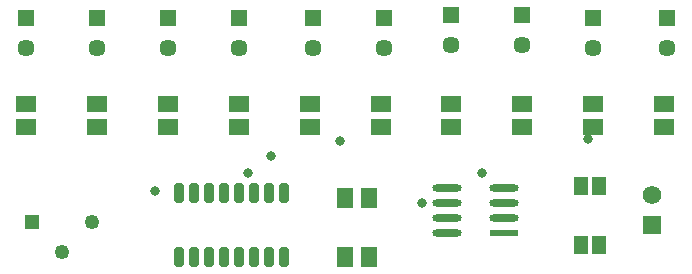
<source format=gts>
G04*
G04 #@! TF.GenerationSoftware,Altium Limited,Altium Designer,24.8.2 (39)*
G04*
G04 Layer_Color=8388736*
%FSLAX44Y44*%
%MOMM*%
G71*
G04*
G04 #@! TF.SameCoordinates,0CE2364C-DE86-47B0-8F42-6A72043F3B29*
G04*
G04*
G04 #@! TF.FilePolarity,Negative*
G04*
G01*
G75*
G04:AMPARAMS|DCode=18|XSize=2.4692mm|YSize=0.6221mm|CornerRadius=0.3111mm|HoleSize=0mm|Usage=FLASHONLY|Rotation=180.000|XOffset=0mm|YOffset=0mm|HoleType=Round|Shape=RoundedRectangle|*
%AMROUNDEDRECTD18*
21,1,2.4692,0.0000,0,0,180.0*
21,1,1.8470,0.6221,0,0,180.0*
1,1,0.6221,-0.9235,0.0000*
1,1,0.6221,0.9235,0.0000*
1,1,0.6221,0.9235,0.0000*
1,1,0.6221,-0.9235,0.0000*
%
%ADD18ROUNDEDRECTD18*%
%ADD19R,2.4692X0.6221*%
%ADD20R,1.4032X1.6532*%
G04:AMPARAMS|DCode=21|XSize=0.8032mm|YSize=1.6532mm|CornerRadius=0.1526mm|HoleSize=0mm|Usage=FLASHONLY|Rotation=0.000|XOffset=0mm|YOffset=0mm|HoleType=Round|Shape=RoundedRectangle|*
%AMROUNDEDRECTD21*
21,1,0.8032,1.3480,0,0,0.0*
21,1,0.4980,1.6532,0,0,0.0*
1,1,0.3052,0.2490,-0.6740*
1,1,0.3052,-0.2490,-0.6740*
1,1,0.3052,-0.2490,0.6740*
1,1,0.3052,0.2490,0.6740*
%
%ADD21ROUNDEDRECTD21*%
%ADD22R,1.6532X1.4032*%
%ADD23R,1.2032X1.5032*%
%ADD24C,1.4500*%
%ADD25R,1.4500X1.4500*%
%ADD26C,1.5700*%
%ADD27R,1.5700X1.5700*%
%ADD28C,1.2500*%
%ADD29R,1.2500X1.2500*%
%ADD30C,0.8032*%
D18*
X395864Y80950D02*
D03*
Y93650D02*
D03*
Y106350D02*
D03*
Y119050D02*
D03*
X444136D02*
D03*
Y106350D02*
D03*
Y93650D02*
D03*
D19*
Y80950D02*
D03*
D20*
X310000Y110000D02*
D03*
X330000D02*
D03*
Y60000D02*
D03*
X310000D02*
D03*
D21*
X258100Y114500D02*
D03*
X245400D02*
D03*
X232700D02*
D03*
X220000D02*
D03*
X207300D02*
D03*
X194600D02*
D03*
X181900D02*
D03*
X169200D02*
D03*
X258100Y60000D02*
D03*
X245400D02*
D03*
X232700D02*
D03*
X220000D02*
D03*
X207300D02*
D03*
X194600D02*
D03*
X181900D02*
D03*
X169200D02*
D03*
D22*
X280000Y190000D02*
D03*
Y170000D02*
D03*
X220000Y190000D02*
D03*
Y170000D02*
D03*
X400000Y190000D02*
D03*
Y170000D02*
D03*
X340000Y190000D02*
D03*
Y170000D02*
D03*
X520000Y190000D02*
D03*
Y170000D02*
D03*
X460000Y190000D02*
D03*
Y170000D02*
D03*
X580000Y190000D02*
D03*
Y170000D02*
D03*
X160000Y190000D02*
D03*
Y170000D02*
D03*
X40000Y190000D02*
D03*
Y170000D02*
D03*
X100000Y190000D02*
D03*
Y170000D02*
D03*
D23*
X510000Y120000D02*
D03*
X525000D02*
D03*
Y70000D02*
D03*
X510000D02*
D03*
D24*
X40000Y237300D02*
D03*
X520000D02*
D03*
X160000D02*
D03*
X460000Y240000D02*
D03*
X400000D02*
D03*
X220000Y237300D02*
D03*
X100000D02*
D03*
X282700D02*
D03*
X342700D02*
D03*
X582700D02*
D03*
D25*
X40000Y262700D02*
D03*
X520000D02*
D03*
X160000D02*
D03*
X460000Y265400D02*
D03*
X400000D02*
D03*
X220000Y262700D02*
D03*
X100000D02*
D03*
X282700D02*
D03*
X342700D02*
D03*
X582700D02*
D03*
D26*
X570000Y112700D02*
D03*
D27*
Y87300D02*
D03*
D28*
X70000Y64450D02*
D03*
X95400Y89850D02*
D03*
D29*
X44600D02*
D03*
D30*
X148661Y116141D02*
D03*
X305394Y158320D02*
D03*
X374990Y106350D02*
D03*
X246974Y146128D02*
D03*
X515706Y160098D02*
D03*
X227670Y131650D02*
D03*
X426044D02*
D03*
M02*

</source>
